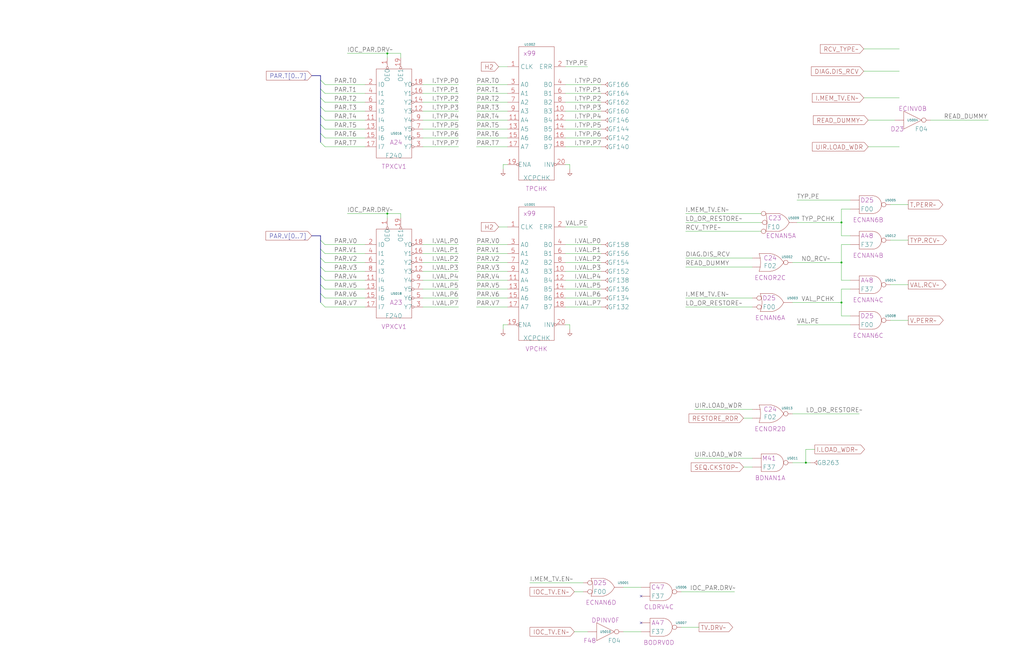
<source format=kicad_sch>
(kicad_sch (version 20230121) (generator eeschema)
  (paper "User" 584.2 378.46)
  (title_block (title "ERROR CHECKING & CORRECTION\\nVAL & TYP PARITY CHECKING") (date "22-SEP-90") (rev "2.0") (comment 1 "IOC") (comment 2 "232-003061") (comment 3 "S400") (comment 4 "RELEASED"))
  (lib_symbols
    (symbol "r1000:F00" (pin_numbers hide) (pin_names hide)
      (property "Reference" "U" (at 15.24 0 0))
      (property "Value" "F00" (at 1.905 -5.08 0))
      (property "Location" "___" (at 1.905 0 0))
      (property "Name" "______" (at 2.54 -12.7 0))
      (symbol "F00_0_1"
        (polyline (pts (xy -2.54 -7.62) (xy 5.08 -7.62)) (stroke (width 0.1524)))
        (polyline (pts (xy -2.54 2.54) (xy -2.54 -7.62)) (stroke (width 0.1524)))
        (polyline (pts (xy -2.54 2.54) (xy 5.08 2.54)) (stroke (width 0.1524)))
        (arc (start 5.08 -7.62) (mid 10.1282 -2.54) (end 5.08 2.54) (stroke (width 0.1524)))
        (circle (center 11.43 -2.54) (radius 1.27) (stroke (width 0.1524)))
      )
      (symbol "F00_0_2"
        (circle (center -3.81 -5.08) (radius 1.27) (stroke (width 0.1524)))
        (circle (center -3.81 0) (radius 1.27) (stroke (width 0.1524)))
        (arc (start -3.175 -7.62) (mid -2.134 -2.54) (end -3.175 2.54) (stroke (width 0.1524)))
        (polyline (pts (xy -3.175 -7.62) (xy 3.81 -7.62)) (stroke (width 0.1524)))
        (polyline (pts (xy -3.175 2.54) (xy 3.81 2.54)) (stroke (width 0.1524)))
        (arc (start 3.81 -7.62) (mid 7.5855 -5.8306) (end 10.16 -2.54) (stroke (width 0.1524)))
        (arc (start 10.16 -2.54) (mid 7.5827 0.7471) (end 3.81 2.54) (stroke (width 0.1524)))
      )
      (symbol "F00_1_1"
        (pin input line (at -7.62 0 0) (length 5.08) (name "D0") (number "1"))
        (pin input line (at -7.62 -5.08 0) (length 5.08) (name "D1") (number "2"))
        (pin output line (at 15.24 -2.54 180) (length 2.54) (name "Q") (number "3"))
      )
      (symbol "F00_1_2"
        (pin input line (at -7.62 0 0) (length 2.54) (name "D0") (number "1"))
        (pin input line (at -7.62 -5.08 0) (length 2.54) (name "D1") (number "2"))
        (pin output line (at 15.24 -2.54 180) (length 5.08) (name "Q") (number "3"))
      )
    )
    (symbol "r1000:F02" (pin_numbers hide) (pin_names hide)
      (property "Reference" "U" (at 12.16 0.635 0))
      (property "Value" "F02" (at -1.27 -4.445 0))
      (property "Location" "___" (at 2.54 0 0))
      (property "Name" "______" (at 2.54 -12.7 0))
      (symbol "F02_0_1"
        (arc (start -3.81 -7.62) (mid -2.9847 -2.54) (end -3.81 2.54) (stroke (width 0.1524)))
        (polyline (pts (xy -5.08 -5.08) (xy -3.175 -5.08)) (stroke (width 0.1524)))
        (polyline (pts (xy -5.08 0) (xy -3.175 0)) (stroke (width 0.1524)))
        (polyline (pts (xy -3.81 -7.62) (xy 2.54 -7.62)) (stroke (width 0.1524)))
        (polyline (pts (xy -3.81 2.54) (xy 2.54 2.54)) (stroke (width 0.1524)))
        (polyline (pts (xy 13.97 -2.54) (xy 12.7 -2.54)) (stroke (width 0.1524)))
        (arc (start 2.54 -7.62) (mid 6.9515 -5.9823) (end 10.16 -2.54) (stroke (width 0.1524)))
        (arc (start 10.16 -2.54) (mid 6.9478 0.8966) (end 2.54 2.54) (stroke (width 0.1524)))
        (circle (center 11.43 -2.54) (radius 1.27) (stroke (width 0.1524)))
      )
      (symbol "F02_0_2"
        (circle (center -3.81 -5.08) (radius 1.27) (stroke (width 0.1524)))
        (circle (center -3.81 0) (radius 1.27) (stroke (width 0.1524)))
        (polyline (pts (xy -2.54 -7.62) (xy 5.08 -7.62)) (stroke (width 0.1524)))
        (polyline (pts (xy -2.54 2.54) (xy -2.54 -7.62)) (stroke (width 0.1524)))
        (polyline (pts (xy -2.54 2.54) (xy 5.08 2.54)) (stroke (width 0.1524)))
        (polyline (pts (xy 11.43 -2.54) (xy 10.16 -2.54)) (stroke (width 0.1524)))
        (polyline (pts (xy 11.43 -2.54) (xy 12.7 -2.54)) (stroke (width 0.1524)))
        (arc (start 5.08 -7.62) (mid 10.1282 -2.54) (end 5.08 2.54) (stroke (width 0.1524)))
      )
      (symbol "F02_1_1"
        (pin input line (at -7.62 0 0) (length 2.54) (name "D0") (number "1"))
        (pin input line (at -7.62 -5.08 0) (length 2.54) (name "D1") (number "2"))
        (pin output line (at 15.24 -2.54 180) (length 1.27) (name "Q") (number "3"))
      )
      (symbol "F02_1_2"
        (pin input line (at -7.62 0 0) (length 2.54) (name "D0") (number "1"))
        (pin input line (at -7.62 -5.08 0) (length 2.54) (name "D1") (number "2"))
        (pin output line (at 15.24 -2.54 180) (length 2.54) (name "Q") (number "3"))
      )
    )
    (symbol "r1000:F04" (pin_numbers hide) (pin_names hide)
      (property "Reference" "U" (at 0 0 0))
      (property "Value" "F04" (at 1.27 -5.08 0))
      (property "Location" "___" (at -12.7 -5.08 0))
      (property "Name" "______" (at 0 5.08 0))
      (symbol "F04_0_1"
        (polyline (pts (xy -7.62 0) (xy -5.08 0)) (stroke (width 0.1524)))
        (polyline (pts (xy -5.08 5.08) (xy -5.08 -5.08)) (stroke (width 0.1524)))
        (polyline (pts (xy 5.08 0) (xy -5.08 -5.08)) (stroke (width 0.1524)))
        (polyline (pts (xy 5.08 0) (xy -5.08 5.08)) (stroke (width 0.1524)))
        (circle (center 6.35 0) (radius 1.27) (stroke (width 0.1524)))
      )
      (symbol "F04_1_1"
        (pin input line (at -10.16 0 0) (length 2.54) (name "D0") (number "1"))
        (pin output line (at 10.16 0 180) (length 2.54) (name "Q") (number "2"))
      )
    )
    (symbol "r1000:F10" (pin_numbers hide) (pin_names hide)
      (property "Reference" "U" (at 13.335 0 0))
      (property "Value" "F10" (at 5.715 -5.08 0))
      (property "Location" "___" (at -1.27 0 0))
      (property "Name" "______" (at -2.54 -10.16 0))
      (symbol "F10_0_1"
        (polyline (pts (xy -2.54 -7.62) (xy 5.08 -7.62)) (stroke (width 0.1524)))
        (polyline (pts (xy -2.54 2.54) (xy 5.08 2.54)) (stroke (width 0.1524)))
        (polyline (pts (xy -2.54 3.81) (xy -2.54 -8.89)) (stroke (width 0.1524)))
        (arc (start 5.08 -7.62) (mid 10.1282 -2.54) (end 5.08 2.54) (stroke (width 0.1524)))
        (circle (center 11.43 -2.54) (radius 1.27) (stroke (width 0.1524)))
      )
      (symbol "F10_0_2"
        (circle (center -3.81 -7.62) (radius 1.27) (stroke (width 0.1524)))
        (circle (center -3.81 2.54) (radius 1.27) (stroke (width 0.1524)))
        (circle (center -3.175 -2.54) (radius 1.27) (stroke (width 0.1524)))
        (arc (start -2.54 -7.62) (mid -1.8195 -2.54) (end -2.54 2.54) (stroke (width 0.1524)))
        (polyline (pts (xy -4.445 -2.54) (xy -5.08 -2.54)) (stroke (width 0.1524)))
        (polyline (pts (xy -2.54 -7.62) (xy 5.08 -7.62)) (stroke (width 0.1524)))
        (polyline (pts (xy -2.54 2.54) (xy 5.08 2.54)) (stroke (width 0.1524)))
        (polyline (pts (xy 10.795 -2.54) (xy 12.7 -2.54)) (stroke (width 0.1524)))
        (arc (start 5.08 -7.62) (mid 8.4845 -5.6954) (end 10.795 -2.54) (stroke (width 0.1524)))
        (arc (start 10.795 -2.54) (mid 8.4807 0.6111) (end 5.08 2.54) (stroke (width 0.1524)))
      )
      (symbol "F10_1_1"
        (pin input line (at -5.08 2.54 0) (length 2.54) (name "D0") (number "1"))
        (pin input line (at -5.08 -2.54 0) (length 2.54) (name "D1") (number "2"))
        (pin input line (at -5.08 -7.62 0) (length 2.54) (name "D2") (number "3"))
        (pin output line (at 15.24 -2.54 180) (length 2.54) (name "Q") (number "4"))
      )
      (symbol "F10_1_2"
        (pin input line (at -5.08 2.54 0) (length 0) (name "D0") (number "1"))
        (pin input line (at -5.08 -2.54 0) (length 0) (name "D1") (number "2"))
        (pin input line (at -5.08 -7.62 0) (length 0) (name "D2") (number "3"))
        (pin output line (at 15.24 -2.54 180) (length 2.54) (name "Q") (number "4"))
      )
    )
    (symbol "r1000:F240" (pin_names (offset 1.016))
      (property "Reference" "U" (at 2.54 5.08 0))
      (property "Value" "F240" (at -3.81 -7.62 0))
      (property "Location" "___" (at -1.27 0 0))
      (property "Name" "______" (at 1.27 -15.24 0))
      (symbol "F240_1_1"
        (rectangle (start -8.89 41.91) (end 11.43 -8.89))
        (circle (center -2.54 42.545) (radius 0.635))
        (circle (center 5.08 42.545) (radius 0.635))
        (circle (center 12.065 -2.54) (radius 0.635))
        (circle (center 12.065 2.54) (radius 0.635))
        (circle (center 12.065 7.62) (radius 0.635))
        (circle (center 12.065 12.7) (radius 0.635))
        (circle (center 12.065 17.78) (radius 0.635))
        (circle (center 12.065 22.86) (radius 0.635))
        (circle (center 12.065 27.94) (radius 0.635))
        (circle (center 12.065 33.02) (radius 0.635))
        (pin input line (at -2.54 48.26 270) (length 5.08) (name "OE0") (number "1"))
        (pin input line (at -15.24 12.7 0) (length 6.35) (name "I4") (number "11"))
        (pin tri_state line (at 17.78 17.78 180) (length 5.08) (name "Y3") (number "12"))
        (pin input line (at -15.24 7.62 0) (length 6.35) (name "I5") (number "13"))
        (pin tri_state line (at 17.78 22.86 180) (length 5.08) (name "Y2") (number "14"))
        (pin input line (at -15.24 2.54 0) (length 6.35) (name "I6") (number "15"))
        (pin tri_state line (at 17.78 27.94 180) (length 5.08) (name "Y1") (number "16"))
        (pin input line (at -15.24 -2.54 0) (length 6.35) (name "I7") (number "17"))
        (pin tri_state line (at 17.78 33.02 180) (length 5.08) (name "Y0") (number "18"))
        (pin input line (at 5.08 48.26 270) (length 5.08) (name "OE1") (number "19"))
        (pin input line (at -15.24 33.02 0) (length 6.35) (name "I0") (number "2"))
        (pin tri_state line (at 17.78 -2.54 180) (length 5.08) (name "Y7") (number "3"))
        (pin input line (at -15.24 27.94 0) (length 6.35) (name "I1") (number "4"))
        (pin tri_state line (at 17.78 2.54 180) (length 5.08) (name "Y6") (number "5"))
        (pin input line (at -15.24 22.86 0) (length 6.35) (name "I2") (number "6"))
        (pin tri_state line (at 17.78 7.62 180) (length 5.08) (name "Y5") (number "7"))
        (pin input line (at -15.24 17.78 0) (length 6.35) (name "I3") (number "8"))
        (pin tri_state line (at 17.78 12.7 180) (length 5.08) (name "Y4") (number "9"))
      )
    )
    (symbol "r1000:F37" (pin_numbers hide) (pin_names (offset 0) hide)
      (property "Reference" "U" (at 15.24 0 0))
      (property "Value" "F37" (at 1.905 -5.08 0))
      (property "Location" "___" (at 1.905 0 0))
      (property "Name" "______" (at 2.54 -12.7 0))
      (symbol "F37_0_1"
        (polyline (pts (xy -2.54 -7.62) (xy 5.08 -7.62)) (stroke (width 0.1524)))
        (polyline (pts (xy -2.54 2.54) (xy -2.54 -7.62)) (stroke (width 0.1524)))
        (polyline (pts (xy -2.54 2.54) (xy 5.08 2.54)) (stroke (width 0.1524)))
        (arc (start 5.08 -7.62) (mid 10.1282 -2.54) (end 5.08 2.54) (stroke (width 0.1524)))
        (circle (center 11.43 -2.54) (radius 1.27) (stroke (width 0.1524)))
      )
      (symbol "F37_0_2"
        (circle (center -3.81 -5.08) (radius 1.27) (stroke (width 0.1524)))
        (circle (center -3.81 0) (radius 1.27) (stroke (width 0.1524)))
        (arc (start -3.175 -7.62) (mid -2.134 -2.54) (end -3.175 2.54) (stroke (width 0.1524)))
        (polyline (pts (xy -3.175 -7.62) (xy 3.81 -7.62)) (stroke (width 0.1524)))
        (polyline (pts (xy -3.175 2.54) (xy 3.81 2.54)) (stroke (width 0.1524)))
        (arc (start 3.81 -7.62) (mid 7.5855 -5.8306) (end 10.16 -2.54) (stroke (width 0.1524)))
        (arc (start 10.16 -2.54) (mid 7.5827 0.7471) (end 3.81 2.54) (stroke (width 0.1524)))
      )
      (symbol "F37_1_1"
        (pin input line (at -7.62 0 0) (length 5.08) (name "D0") (number "1"))
        (pin input line (at -7.62 -5.08 0) (length 5.08) (name "D1") (number "2"))
        (pin output line (at 15.24 -2.54 180) (length 2.54) (name "Q") (number "3"))
      )
      (symbol "F37_1_2"
        (pin input line (at -7.62 0 0) (length 2.54) (name "D0") (number "1"))
        (pin input line (at -7.62 -5.08 0) (length 2.54) (name "D1") (number "2"))
        (pin output line (at 15.24 -2.54 180) (length 5.08) (name "Q") (number "3"))
      )
    )
    (symbol "r1000:GB" (pin_numbers hide) (pin_names (offset 0) hide)
      (property "Reference" "GB" (at 3.81 0 0))
      (symbol "GB_0_1"
        (polyline (pts (xy 2.54 0) (xy 3.81 1.27) (xy 3.81 -1.27) (xy 2.54 0)) (stroke (width 0.1524)))
      )
      (symbol "GB_1_1"
        (pin bidirectional line (at 0 0 0) (length 2.54) (name "") (number "1"))
      )
    )
    (symbol "r1000:GF" (pin_numbers hide) (pin_names (offset 0) hide)
      (property "Reference" "GF" (at 3.81 0 0))
      (symbol "GF_0_1"
        (polyline (pts (xy 2.54 0) (xy 3.81 1.27) (xy 3.81 -1.27) (xy 2.54 0)) (stroke (width 0.1524)))
      )
      (symbol "GF_1_1"
        (pin bidirectional line (at 0 0 0) (length 2.54) (name "") (number "1"))
      )
    )
    (symbol "r1000:PD" (power) (pin_numbers hide) (pin_names hide) (in_bom no)
      (symbol "PD_0_1"
        (polyline (pts (xy 0 -2.54) (xy 1.27 -2.54) (xy 0 -3.81) (xy -1.27 -2.54) (xy 0 -2.54)) (stroke (width 0.1524)))
      )
      (symbol "PD_1_1"
        (pin power_in line (at 0 0 270) (length 2.54) (name "PD") (number "1"))
      )
    )
    (symbol "r1000:XCPCHK" (pin_names (offset 1.016))
      (property "Reference" "U" (at 2.54 5.08 0))
      (property "Value" "XCPCHK" (at -1.27 -71.12 0))
      (property "Location" "___" (at -1.27 0 0))
      (property "Name" "______" (at 6.35 -78.74 0))
      (symbol "XCPCHK_1_1"
        (circle (center -4.445 -63.5) (radius 0.635))
        (rectangle (start -3.81 3.81) (end 16.51 -72.39))
        (circle (center 17.145 -63.5) (radius 0.635))
        (pin input line (at -10.16 -7.62 0) (length 6.35) (name "CLK") (number "1"))
        (pin input line (at 22.86 -33.02 180) (length 6.35) (name "B3") (number "10"))
        (pin input line (at -10.16 -38.1 0) (length 6.35) (name "A4") (number "11"))
        (pin input line (at 22.86 -38.1 180) (length 6.35) (name "B4") (number "12"))
        (pin input line (at -10.16 -43.18 0) (length 6.35) (name "A5") (number "13"))
        (pin input line (at 22.86 -43.18 180) (length 6.35) (name "B5") (number "14"))
        (pin input line (at -10.16 -48.26 0) (length 6.35) (name "A6") (number "15"))
        (pin input line (at 22.86 -48.26 180) (length 6.35) (name "B6") (number "16"))
        (pin input line (at -10.16 -53.34 0) (length 6.35) (name "A7") (number "17"))
        (pin input line (at 22.86 -53.34 180) (length 6.35) (name "B7") (number "18"))
        (pin input line (at -10.16 -63.5 0) (length 5.08) (name "ENA") (number "19"))
        (pin output line (at 22.86 -7.62 180) (length 6.35) (name "ERR") (number "2"))
        (pin input line (at 22.86 -63.5 180) (length 5.08) (name "INV") (number "20"))
        (pin input line (at -10.16 -17.78 0) (length 6.35) (name "A0") (number "3"))
        (pin input line (at 22.86 -17.78 180) (length 6.35) (name "B0") (number "4"))
        (pin input line (at -10.16 -22.86 0) (length 6.35) (name "A1") (number "5"))
        (pin input line (at 22.86 -22.86 180) (length 6.35) (name "B1") (number "6"))
        (pin input line (at -10.16 -27.94 0) (length 6.35) (name "A2") (number "7"))
        (pin input line (at 22.86 -27.94 180) (length 6.35) (name "B2") (number "8"))
        (pin input line (at -10.16 -33.02 0) (length 6.35) (name "A3") (number "9"))
      )
    )
  )
  (junction (at 480.06 149.86))
  (junction (at 220.98 30.48))
  (junction (at 480.06 172.72))
  (junction (at 220.98 121.92))
  (junction (at 480.06 127))
  (junction (at 459.74 264.16))
  (no_connect (at 365.76 355.6))
  (no_connect (at 365.76 340.36))
  (bus_entry (at 182.88 142.24) (size 2.54 2.54))
  (bus_entry (at 182.88 76.2) (size 2.54 2.54))
  (bus_entry (at 182.88 162.56) (size 2.54 2.54))
  (bus_entry (at 182.88 71.12) (size 2.54 2.54))
  (bus_entry (at 182.88 152.4) (size 2.54 2.54))
  (bus_entry (at 182.88 172.72) (size 2.54 2.54))
  (bus_entry (at 182.88 60.96) (size 2.54 2.54))
  (bus_entry (at 182.88 50.8) (size 2.54 2.54))
  (bus_entry (at 182.88 55.88) (size 2.54 2.54))
  (bus_entry (at 182.88 66.04) (size 2.54 2.54))
  (bus_entry (at 182.88 45.72) (size 2.54 2.54))
  (bus_entry (at 182.88 157.48) (size 2.54 2.54))
  (bus_entry (at 182.88 167.64) (size 2.54 2.54))
  (bus_entry (at 182.88 137.16) (size 2.54 2.54))
  (bus_entry (at 182.88 147.32) (size 2.54 2.54))
  (bus_entry (at 182.88 81.28) (size 2.54 2.54))
  (wire (pts (xy 271.78 58.42) (xy 289.56 58.42)))
  (wire (pts (xy 459.74 256.54) (xy 459.74 264.16)))
  (wire (pts (xy 241.3 83.82) (xy 261.62 83.82)))
  (bus (pts (xy 182.88 162.56) (xy 182.88 167.64)))
  (wire (pts (xy 322.58 165.1) (xy 342.9 165.1)))
  (wire (pts (xy 185.42 83.82) (xy 208.28 83.82)))
  (wire (pts (xy 185.42 165.1) (xy 208.28 165.1)))
  (wire (pts (xy 325.12 96.52) (xy 325.12 93.98)))
  (wire (pts (xy 271.78 170.18) (xy 289.56 170.18)))
  (wire (pts (xy 325.12 187.96) (xy 325.12 185.42)))
  (wire (pts (xy 452.12 264.16) (xy 459.74 264.16)))
  (wire (pts (xy 322.58 154.94) (xy 342.9 154.94)))
  (wire (pts (xy 492.76 40.64) (xy 513.08 40.64)))
  (wire (pts (xy 322.58 149.86) (xy 342.9 149.86)))
  (bus (pts (xy 182.88 157.48) (xy 182.88 162.56)))
  (bus (pts (xy 182.88 71.12) (xy 182.88 76.2)))
  (wire (pts (xy 185.42 78.74) (xy 208.28 78.74)))
  (wire (pts (xy 322.58 48.26) (xy 342.9 48.26)))
  (wire (pts (xy 480.06 139.7) (xy 480.06 149.86)))
  (wire (pts (xy 322.58 83.82) (xy 342.9 83.82)))
  (wire (pts (xy 271.78 73.66) (xy 289.56 73.66)))
  (wire (pts (xy 508 137.16) (xy 518.16 137.16)))
  (wire (pts (xy 271.78 63.5) (xy 289.56 63.5)))
  (wire (pts (xy 220.98 121.92) (xy 228.6 121.92)))
  (wire (pts (xy 508 182.88) (xy 518.16 182.88)))
  (wire (pts (xy 271.78 144.78) (xy 289.56 144.78)))
  (wire (pts (xy 241.3 53.34) (xy 261.62 53.34)))
  (bus (pts (xy 182.88 137.16) (xy 182.88 142.24)))
  (wire (pts (xy 241.3 175.26) (xy 261.62 175.26)))
  (bus (pts (xy 182.88 76.2) (xy 182.88 81.28)))
  (wire (pts (xy 185.42 154.94) (xy 208.28 154.94)))
  (wire (pts (xy 271.78 175.26) (xy 289.56 175.26)))
  (wire (pts (xy 185.42 139.7) (xy 208.28 139.7)))
  (wire (pts (xy 228.6 124.46) (xy 228.6 121.92)))
  (wire (pts (xy 241.3 73.66) (xy 261.62 73.66)))
  (wire (pts (xy 485.14 180.34) (xy 480.06 180.34)))
  (wire (pts (xy 322.58 53.34) (xy 342.9 53.34)))
  (wire (pts (xy 391.16 175.26) (xy 429.26 175.26)))
  (wire (pts (xy 495.3 83.82) (xy 513.08 83.82)))
  (wire (pts (xy 530.86 68.58) (xy 563.88 68.58)))
  (wire (pts (xy 322.58 38.1) (xy 335.28 38.1)))
  (wire (pts (xy 271.78 160.02) (xy 289.56 160.02)))
  (wire (pts (xy 284.48 129.54) (xy 289.56 129.54)))
  (wire (pts (xy 241.3 149.86) (xy 261.62 149.86)))
  (wire (pts (xy 287.02 93.98) (xy 289.56 93.98)))
  (wire (pts (xy 508 162.56) (xy 518.16 162.56)))
  (wire (pts (xy 480.06 127) (xy 454.66 127)))
  (wire (pts (xy 228.6 33.02) (xy 228.6 30.48)))
  (bus (pts (xy 182.88 167.64) (xy 182.88 172.72)))
  (wire (pts (xy 322.58 144.78) (xy 342.9 144.78)))
  (wire (pts (xy 327.66 337.82) (xy 332.74 337.82)))
  (wire (pts (xy 271.78 165.1) (xy 289.56 165.1)))
  (wire (pts (xy 220.98 124.46) (xy 220.98 121.92)))
  (wire (pts (xy 355.6 360.68) (xy 365.76 360.68)))
  (wire (pts (xy 241.3 139.7) (xy 261.62 139.7)))
  (wire (pts (xy 241.3 78.74) (xy 261.62 78.74)))
  (wire (pts (xy 495.3 68.58) (xy 510.54 68.58)))
  (bus (pts (xy 177.8 134.62) (xy 182.88 134.62)))
  (wire (pts (xy 241.3 160.02) (xy 261.62 160.02)))
  (bus (pts (xy 182.88 157.48) (xy 182.88 152.4)))
  (wire (pts (xy 322.58 129.54) (xy 335.28 129.54)))
  (bus (pts (xy 182.88 147.32) (xy 182.88 142.24)))
  (wire (pts (xy 241.3 154.94) (xy 261.62 154.94)))
  (wire (pts (xy 287.02 185.42) (xy 289.56 185.42)))
  (wire (pts (xy 322.58 63.5) (xy 342.9 63.5)))
  (wire (pts (xy 185.42 144.78) (xy 208.28 144.78)))
  (wire (pts (xy 220.98 30.48) (xy 220.98 33.02)))
  (wire (pts (xy 424.18 238.76) (xy 429.26 238.76)))
  (wire (pts (xy 185.42 149.86) (xy 208.28 149.86)))
  (wire (pts (xy 271.78 139.7) (xy 289.56 139.7)))
  (wire (pts (xy 485.14 160.02) (xy 480.06 160.02)))
  (wire (pts (xy 287.02 187.96) (xy 287.02 185.42)))
  (wire (pts (xy 396.24 233.68) (xy 429.26 233.68)))
  (wire (pts (xy 322.58 160.02) (xy 342.9 160.02)))
  (wire (pts (xy 185.42 170.18) (xy 208.28 170.18)))
  (wire (pts (xy 508 116.84) (xy 518.16 116.84)))
  (bus (pts (xy 182.88 50.8) (xy 182.88 55.88)))
  (wire (pts (xy 424.18 266.7) (xy 429.26 266.7)))
  (wire (pts (xy 480.06 180.34) (xy 480.06 172.72)))
  (wire (pts (xy 480.06 160.02) (xy 480.06 149.86)))
  (wire (pts (xy 185.42 160.02) (xy 208.28 160.02)))
  (wire (pts (xy 271.78 68.58) (xy 289.56 68.58)))
  (wire (pts (xy 391.16 170.18) (xy 429.26 170.18)))
  (wire (pts (xy 322.58 78.74) (xy 342.9 78.74)))
  (bus (pts (xy 182.88 147.32) (xy 182.88 152.4)))
  (wire (pts (xy 325.12 185.42) (xy 322.58 185.42)))
  (wire (pts (xy 271.78 48.26) (xy 289.56 48.26)))
  (wire (pts (xy 492.76 55.88) (xy 513.08 55.88)))
  (wire (pts (xy 480.06 119.38) (xy 480.06 127)))
  (bus (pts (xy 182.88 55.88) (xy 182.88 60.96)))
  (wire (pts (xy 327.66 360.68) (xy 335.28 360.68)))
  (wire (pts (xy 241.3 68.58) (xy 261.62 68.58)))
  (wire (pts (xy 185.42 68.58) (xy 208.28 68.58)))
  (wire (pts (xy 271.78 154.94) (xy 289.56 154.94)))
  (wire (pts (xy 391.16 152.4) (xy 429.26 152.4)))
  (wire (pts (xy 287.02 96.52) (xy 287.02 93.98)))
  (wire (pts (xy 322.58 175.26) (xy 342.9 175.26)))
  (wire (pts (xy 485.14 165.1) (xy 480.06 165.1)))
  (wire (pts (xy 198.12 30.48) (xy 220.98 30.48)))
  (wire (pts (xy 185.42 48.26) (xy 208.28 48.26)))
  (wire (pts (xy 391.16 127) (xy 434.34 127)))
  (wire (pts (xy 241.3 63.5) (xy 261.62 63.5)))
  (wire (pts (xy 454.66 114.3) (xy 485.14 114.3)))
  (wire (pts (xy 391.16 147.32) (xy 429.26 147.32)))
  (wire (pts (xy 271.78 53.34) (xy 289.56 53.34)))
  (wire (pts (xy 480.06 165.1) (xy 480.06 172.72)))
  (wire (pts (xy 396.24 261.62) (xy 429.26 261.62)))
  (wire (pts (xy 480.06 172.72) (xy 452.12 172.72)))
  (wire (pts (xy 241.3 48.26) (xy 261.62 48.26)))
  (wire (pts (xy 241.3 170.18) (xy 261.62 170.18)))
  (wire (pts (xy 322.58 139.7) (xy 342.9 139.7)))
  (wire (pts (xy 322.58 170.18) (xy 342.9 170.18)))
  (wire (pts (xy 198.12 121.92) (xy 220.98 121.92)))
  (wire (pts (xy 271.78 78.74) (xy 289.56 78.74)))
  (wire (pts (xy 464.82 256.54) (xy 459.74 256.54)))
  (wire (pts (xy 391.16 132.08) (xy 434.34 132.08)))
  (wire (pts (xy 480.06 149.86) (xy 452.12 149.86)))
  (wire (pts (xy 480.06 127) (xy 480.06 134.62)))
  (wire (pts (xy 459.74 264.16) (xy 462.28 264.16)))
  (wire (pts (xy 388.62 358.14) (xy 398.78 358.14)))
  (wire (pts (xy 185.42 58.42) (xy 208.28 58.42)))
  (wire (pts (xy 241.3 144.78) (xy 261.62 144.78)))
  (bus (pts (xy 182.88 66.04) (xy 182.88 71.12)))
  (wire (pts (xy 322.58 68.58) (xy 342.9 68.58)))
  (wire (pts (xy 355.6 335.28) (xy 365.76 335.28)))
  (wire (pts (xy 492.76 27.94) (xy 513.08 27.94)))
  (wire (pts (xy 485.14 139.7) (xy 480.06 139.7)))
  (wire (pts (xy 391.16 121.92) (xy 434.34 121.92)))
  (wire (pts (xy 185.42 53.34) (xy 208.28 53.34)))
  (wire (pts (xy 485.14 119.38) (xy 480.06 119.38)))
  (wire (pts (xy 325.12 93.98) (xy 322.58 93.98)))
  (wire (pts (xy 454.66 185.42) (xy 485.14 185.42)))
  (wire (pts (xy 271.78 83.82) (xy 289.56 83.82)))
  (wire (pts (xy 185.42 175.26) (xy 208.28 175.26)))
  (bus (pts (xy 182.88 137.16) (xy 182.88 134.62)))
  (wire (pts (xy 185.42 73.66) (xy 208.28 73.66)))
  (wire (pts (xy 220.98 30.48) (xy 228.6 30.48)))
  (wire (pts (xy 284.48 38.1) (xy 289.56 38.1)))
  (wire (pts (xy 271.78 149.86) (xy 289.56 149.86)))
  (wire (pts (xy 322.58 58.42) (xy 342.9 58.42)))
  (wire (pts (xy 485.14 134.62) (xy 480.06 134.62)))
  (wire (pts (xy 241.3 58.42) (xy 261.62 58.42)))
  (bus (pts (xy 177.8 43.18) (xy 182.88 43.18)))
  (wire (pts (xy 302.26 332.74) (xy 332.74 332.74)))
  (bus (pts (xy 182.88 45.72) (xy 182.88 50.8)))
  (wire (pts (xy 185.42 63.5) (xy 208.28 63.5)))
  (wire (pts (xy 322.58 73.66) (xy 342.9 73.66)))
  (wire (pts (xy 241.3 165.1) (xy 261.62 165.1)))
  (bus (pts (xy 182.88 43.18) (xy 182.88 45.72)))
  (wire (pts (xy 452.12 236.22) (xy 490.22 236.22)))
  (wire (pts (xy 388.62 337.82) (xy 419.1 337.82)))
  (bus (pts (xy 182.88 60.96) (xy 182.88 66.04)))
  (label "IOC_PAR.DRV~" (at 198.12 30.48 0) (effects (font (size 2.54 2.54))))
  (label "PAR.V0" (at 190.5 139.7 0) (effects (font (size 2.54 2.54))))
  (label "I.MEM_TV.EN~" (at 391.16 170.18 0) (effects (font (size 2.54 2.54))))
  (label "I.MEM_TV.EN~" (at 302.26 332.74 0) (effects (font (size 2.54 2.54))))
  (label "PAR.V4" (at 271.78 160.02 0) (effects (font (size 2.54 2.54))))
  (label "I.VAL.P0" (at 327.66 139.7 0) (effects (font (size 2.54 2.54))))
  (label "PAR.T4" (at 190.5 68.58 0) (effects (font (size 2.54 2.54))))
  (label "PAR.T1" (at 271.78 53.34 0) (effects (font (size 2.54 2.54))))
  (label "RCV_TYPE~" (at 391.16 132.08 0) (effects (font (size 2.54 2.54))))
  (label "I.VAL.P7" (at 246.38 175.26 0) (effects (font (size 2.54 2.54))))
  (label "PAR.T6" (at 190.5 78.74 0) (effects (font (size 2.54 2.54))))
  (label "PAR.V1" (at 271.78 144.78 0) (effects (font (size 2.54 2.54))))
  (label "PAR.T2" (at 271.78 58.42 0) (effects (font (size 2.54 2.54))))
  (label "I.TYP.P6" (at 246.38 78.74 0) (effects (font (size 2.54 2.54))))
  (label "I.VAL.P1" (at 246.38 144.78 0) (effects (font (size 2.54 2.54))))
  (label "PAR.V4" (at 190.5 160.02 0) (effects (font (size 2.54 2.54))))
  (label "PAR.T2" (at 190.5 58.42 0) (effects (font (size 2.54 2.54))))
  (label "TYP_PCHK" (at 457.2 127 0) (effects (font (size 2.54 2.54))))
  (label "IOC_PAR.DRV~" (at 393.7 337.82 0) (effects (font (size 2.54 2.54))))
  (label "I.TYP.P4" (at 327.66 68.58 0) (effects (font (size 2.54 2.54))))
  (label "PAR.V0" (at 271.78 139.7 0) (effects (font (size 2.54 2.54))))
  (label "UIR.LOAD_WDR" (at 396.24 261.62 0) (effects (font (size 2.54 2.54))))
  (label "TYP.PE" (at 454.66 114.3 0) (effects (font (size 2.54 2.54))))
  (label "I.MEM_TV.EN~" (at 391.16 121.92 0) (effects (font (size 2.54 2.54))))
  (label "PAR.T3" (at 190.5 63.5 0) (effects (font (size 2.54 2.54))))
  (label "I.TYP.P5" (at 246.38 73.66 0) (effects (font (size 2.54 2.54))))
  (label "I.TYP.P3" (at 327.66 63.5 0) (effects (font (size 2.54 2.54))))
  (label "LD_OR_RESTORE~" (at 459.74 236.22 0) (effects (font (size 2.54 2.54))))
  (label "PAR.V2" (at 190.5 149.86 0) (effects (font (size 2.54 2.54))))
  (label "I.TYP.P1" (at 327.66 53.34 0) (effects (font (size 2.54 2.54))))
  (label "PAR.V6" (at 271.78 170.18 0) (effects (font (size 2.54 2.54))))
  (label "I.TYP.P5" (at 327.66 73.66 0) (effects (font (size 2.54 2.54))))
  (label "I.TYP.P7" (at 246.38 83.82 0) (effects (font (size 2.54 2.54))))
  (label "I.VAL.P5" (at 327.66 165.1 0) (effects (font (size 2.54 2.54))))
  (label "PAR.V2" (at 271.78 149.86 0) (effects (font (size 2.54 2.54))))
  (label "PAR.V1" (at 190.5 144.78 0) (effects (font (size 2.54 2.54))))
  (label "I.TYP.P0" (at 327.66 48.26 0) (effects (font (size 2.54 2.54))))
  (label "I.TYP.P2" (at 246.38 58.42 0) (effects (font (size 2.54 2.54))))
  (label "LD_OR_RESTORE~" (at 391.16 175.26 0) (effects (font (size 2.54 2.54))))
  (label "I.VAL.P3" (at 246.38 154.94 0) (effects (font (size 2.54 2.54))))
  (label "I.TYP.P6" (at 327.66 78.74 0) (effects (font (size 2.54 2.54))))
  (label "I.TYP.P2" (at 327.66 58.42 0) (effects (font (size 2.54 2.54))))
  (label "PAR.T5" (at 190.5 73.66 0) (effects (font (size 2.54 2.54))))
  (label "UIR.LOAD_WDR" (at 396.24 233.68 0) (effects (font (size 2.54 2.54))))
  (label "PAR.T3" (at 271.78 63.5 0) (effects (font (size 2.54 2.54))))
  (label "I.VAL.P6" (at 327.66 170.18 0) (effects (font (size 2.54 2.54))))
  (label "PAR.T0" (at 271.78 48.26 0) (effects (font (size 2.54 2.54))))
  (label "PAR.T6" (at 271.78 78.74 0) (effects (font (size 2.54 2.54))))
  (label "PAR.T1" (at 190.5 53.34 0) (effects (font (size 2.54 2.54))))
  (label "DIAG.DIS_RCV" (at 391.16 147.32 0) (effects (font (size 2.54 2.54))))
  (label "PAR.T7" (at 190.5 83.82 0) (effects (font (size 2.54 2.54))))
  (label "I.VAL.P2" (at 327.66 149.86 0) (effects (font (size 2.54 2.54))))
  (label "VAL.PE" (at 454.66 185.42 0) (effects (font (size 2.54 2.54))))
  (label "READ_DUMMY" (at 538.48 68.58 0) (effects (font (size 2.54 2.54))))
  (label "I.TYP.P1" (at 246.38 53.34 0) (effects (font (size 2.54 2.54))))
  (label "I.VAL.P1" (at 327.66 144.78 0) (effects (font (size 2.54 2.54))))
  (label "PAR.T4" (at 271.78 68.58 0) (effects (font (size 2.54 2.54))))
  (label "I.VAL.P0" (at 246.38 139.7 0) (effects (font (size 2.54 2.54))))
  (label "TYP.PE" (at 322.58 38.1 0) (effects (font (size 2.54 2.54))))
  (label "I.VAL.P2" (at 246.38 149.86 0) (effects (font (size 2.54 2.54))))
  (label "PAR.T7" (at 271.78 83.82 0) (effects (font (size 2.54 2.54))))
  (label "I.TYP.P4" (at 246.38 68.58 0) (effects (font (size 2.54 2.54))))
  (label "PAR.V3" (at 271.78 154.94 0) (effects (font (size 2.54 2.54))))
  (label "IOC_PAR.DRV~" (at 198.12 121.92 0) (effects (font (size 2.54 2.54))))
  (label "PAR.V7" (at 190.5 175.26 0) (effects (font (size 2.54 2.54))))
  (label "I.TYP.P3" (at 246.38 63.5 0) (effects (font (size 2.54 2.54))))
  (label "I.TYP.P7" (at 327.66 83.82 0) (effects (font (size 2.54 2.54))))
  (label "PAR.V3" (at 190.5 154.94 0) (effects (font (size 2.54 2.54))))
  (label "PAR.V5" (at 190.5 165.1 0) (effects (font (size 2.54 2.54))))
  (label "PAR.V6" (at 190.5 170.18 0) (effects (font (size 2.54 2.54))))
  (label "I.VAL.P7" (at 327.66 175.26 0) (effects (font (size 2.54 2.54))))
  (label "PAR.V7" (at 271.78 175.26 0) (effects (font (size 2.54 2.54))))
  (label "PAR.T0" (at 190.5 48.26 0) (effects (font (size 2.54 2.54))))
  (label "VAL.PE" (at 322.58 129.54 0) (effects (font (size 2.54 2.54))))
  (label "I.VAL.P6" (at 246.38 170.18 0) (effects (font (size 2.54 2.54))))
  (label "I.VAL.P3" (at 327.66 154.94 0) (effects (font (size 2.54 2.54))))
  (label "PAR.T5" (at 271.78 73.66 0) (effects (font (size 2.54 2.54))))
  (label "I.VAL.P4" (at 327.66 160.02 0) (effects (font (size 2.54 2.54))))
  (label "LD_OR_RESTORE~" (at 391.16 127 0) (effects (font (size 2.54 2.54))))
  (label "VAL_PCHK" (at 457.2 172.72 0) (effects (font (size 2.54 2.54))))
  (label "I.TYP.P0" (at 246.38 48.26 0) (effects (font (size 2.54 2.54))))
  (label "READ_DUMMY" (at 391.16 152.4 0) (effects (font (size 2.54 2.54))))
  (label "I.VAL.P4" (at 246.38 160.02 0) (effects (font (size 2.54 2.54))))
  (label "NO_RCV~" (at 457.2 149.86 0) (effects (font (size 2.54 2.54))))
  (label "I.VAL.P5" (at 246.38 165.1 0) (effects (font (size 2.54 2.54))))
  (label "PAR.V5" (at 271.78 165.1 0) (effects (font (size 2.54 2.54))))
  (global_label "TYP.RCV~" (shape output) (at 518.16 137.16 0) (effects (font (size 2.54 2.54))) (property "Intersheetrefs" "${INTERSHEET_REFS}" (at 539.9193 137.0013 0) (effects (font (size 1.905 1.905)) (justify left))))
  (global_label "I.MEM_TV.EN~" (shape input) (at 492.76 55.88 180) (effects (font (size 2.54 2.54))) (property "Intersheetrefs" "${INTERSHEET_REFS}" (at 463.5016 55.7213 0) (effects (font (size 1.905 1.905)) (justify right))))
  (global_label "RESTORE_RDR" (shape input) (at 424.18 238.76 180) (effects (font (size 2.54 2.54))) (property "Intersheetrefs" "${INTERSHEET_REFS}" (at 393.1073 238.9187 0) (effects (font (size 1.905 1.905)) (justify right))))
  (global_label "T.PERR~" (shape output) (at 518.16 116.84 0) (effects (font (size 2.54 2.54))) (property "Intersheetrefs" "${INTERSHEET_REFS}" (at 537.8631 116.6813 0) (effects (font (size 1.905 1.905)) (justify left))))
  (global_label "H2" (shape input) (at 284.48 129.54 180) (effects (font (size 2.54 2.54))) (property "Intersheetrefs" "${INTERSHEET_REFS}" (at 273.399 129.54 0) (effects (justify right))))
  (global_label "H2" (shape input) (at 284.48 38.1 180) (effects (font (size 2.54 2.54))) (property "Intersheetrefs" "${INTERSHEET_REFS}" (at 273.399 38.1 0) (effects (justify right))))
  (global_label "IOC_TV.EN~" (shape input) (at 327.66 360.68 180) (effects (font (size 2.54 2.54))) (property "Intersheetrefs" "${INTERSHEET_REFS}" (at 297.434 360.5213 0) (effects (font (size 1.905 1.905)) (justify right))))
  (global_label "V.PERR~" (shape output) (at 518.16 182.88 0) (effects (font (size 2.54 2.54))) (property "Intersheetrefs" "${INTERSHEET_REFS}" (at 538.105 182.7213 0) (effects (font (size 1.905 1.905)) (justify left))))
  (global_label "IOC_TV.EN~" (shape input) (at 327.66 337.82 180) (effects (font (size 2.54 2.54))) (property "Intersheetrefs" "${INTERSHEET_REFS}" (at 297.434 337.6613 0) (effects (font (size 1.905 1.905)) (justify right))))
  (global_label "READ_DUMMY~" (shape input) (at 495.3 68.58 180) (effects (font (size 2.54 2.54))) (property "Intersheetrefs" "${INTERSHEET_REFS}" (at 463.9854 68.4213 0) (effects (font (size 1.905 1.905)) (justify right))))
  (global_label "PAR.V[0..7]" (shape input) (at 177.8 134.62 180) (effects (font (size 2.54 2.54))) (property "Intersheetrefs" "${INTERSHEET_REFS}" (at 151.6864 134.4613 0) (effects (font (size 1.905 1.905)) (justify right))))
  (global_label "RCV_TYPE~" (shape input) (at 492.76 27.94 180) (effects (font (size 2.54 2.54))) (property "Intersheetrefs" "${INTERSHEET_REFS}" (at 467.9769 27.7813 0) (effects (font (size 1.905 1.905)) (justify right))))
  (global_label "VAL.RCV~" (shape output) (at 518.16 162.56 0) (effects (font (size 2.54 2.54))) (property "Intersheetrefs" "${INTERSHEET_REFS}" (at 539.6774 162.4013 0) (effects (font (size 1.905 1.905)) (justify left))))
  (global_label "TV.DRV~" (shape output) (at 398.78 358.14 0) (effects (font (size 2.54 2.54))) (property "Intersheetrefs" "${INTERSHEET_REFS}" (at 417.9993 357.9813 0) (effects (font (size 1.905 1.905)) (justify left))))
  (global_label "I.LOAD_WDR~" (shape output) (at 464.82 256.54 0) (effects (font (size 2.54 2.54))) (property "Intersheetrefs" "${INTERSHEET_REFS}" (at 493.2317 256.3813 0) (effects (font (size 1.905 1.905)) (justify left))))
  (global_label "UIR.LOAD_WDR" (shape input) (at 495.3 83.82 180) (effects (font (size 2.54 2.54))) (property "Intersheetrefs" "${INTERSHEET_REFS}" (at 463.5016 83.6613 0) (effects (font (size 1.905 1.905)) (justify right))))
  (global_label "DIAG.DIS_RCV" (shape input) (at 492.76 40.64 180) (effects (font (size 2.54 2.54))) (property "Intersheetrefs" "${INTERSHEET_REFS}" (at 462.8969 40.4813 0) (effects (font (size 1.905 1.905)) (justify right))))
  (global_label "PAR.T[0..7]" (shape input) (at 177.8 43.18 180) (effects (font (size 2.54 2.54))) (property "Intersheetrefs" "${INTERSHEET_REFS}" (at 151.9283 43.0213 0) (effects (font (size 1.905 1.905)) (justify right))))
  (global_label "SEQ.CKSTOP~" (shape input) (at 424.18 266.7 180) (effects (font (size 2.54 2.54))) (property "Intersheetrefs" "${INTERSHEET_REFS}" (at 394.3169 266.5413 0) (effects (font (size 1.905 1.905)) (justify right))))
  (symbol (lib_id "r1000:F240") (at 223.52 81.28 0) (unit 1)
    (property "Reference" "U5016" (at 226.06 76.2 0))
    (property "Value" "F240" (at 219.71 88.9 0) (effects (font (size 2.54 2.54)) (justify left)))
    (property "Location" "A24" (at 222.25 81.28 0) (effects (font (size 2.54 2.54)) (justify left)))
    (property "Name" "TPXCV1" (at 224.79 96.52 0) (effects (font (size 2.54 2.54)) (justify bottom)))
  )
  (symbol (lib_id "r1000:F37") (at 373.38 355.6 0) (unit 1)
    (property "Reference" "U5007" (at 388.62 355.6 0))
    (property "Value" "F37" (at 375.285 360.68 0) (effects (font (size 2.54 2.54))))
    (property "Location" "A47" (at 375.285 355.6 0) (effects (font (size 2.54 2.54))))
    (property "Name" "BODRV0D" (at 375.92 368.3 0) (effects (font (size 2.54 2.54)) (justify bottom)))
  )
  (symbol (lib_id "r1000:PD") (at 287.02 96.52 0) (unit 1) (in_bom no)
    (property "Reference" "#PWR01003" (effects hide))
    (property "Value" "PD" (effects hide))
  )
  (symbol (lib_id "r1000:GF") (at 342.9 53.34 0) (unit 1)
    (property "Reference" "GF164" (at 346.71 53.34 0) (effects (font (size 2.54 2.54)) (justify left)))
    (property "Value" "GF" (effects hide))
  )
  (symbol (lib_id "r1000:GF") (at 342.9 170.18 0) (unit 1)
    (property "Reference" "GF134" (at 346.71 170.18 0) (effects (font (size 2.54 2.54)) (justify left)))
    (property "Value" "GF" (effects hide))
  )
  (symbol (lib_id "r1000:GF") (at 342.9 165.1 0) (unit 1)
    (property "Reference" "GF136" (at 346.71 165.1 0) (effects (font (size 2.54 2.54)) (justify left)))
    (property "Value" "GF" (effects hide))
  )
  (symbol (lib_id "r1000:PD") (at 325.12 187.96 0) (mirror y) (unit 1) (in_bom no)
    (property "Reference" "#PWR01001" (effects hide))
    (property "Value" "PD" (effects hide))
  )
  (symbol (lib_id "r1000:F37") (at 492.76 134.62 0) (unit 1)
    (property "Reference" "U5012" (at 508 134.62 0))
    (property "Value" "F37" (at 494.665 139.7 0) (effects (font (size 2.54 2.54))))
    (property "Location" "A48" (at 494.665 134.62 0) (effects (font (size 2.54 2.54))))
    (property "Name" "ECNAN4B" (at 495.3 147.32 0) (effects (font (size 2.54 2.54)) (justify bottom)))
  )
  (symbol (lib_id "r1000:GF") (at 342.9 149.86 0) (unit 1)
    (property "Reference" "GF154" (at 346.71 149.86 0) (effects (font (size 2.54 2.54)) (justify left)))
    (property "Value" "GF" (effects hide))
  )
  (symbol (lib_id "r1000:GF") (at 342.9 160.02 0) (unit 1)
    (property "Reference" "GF138" (at 346.71 160.02 0) (effects (font (size 2.54 2.54)) (justify left)))
    (property "Value" "GF" (effects hide))
  )
  (symbol (lib_id "r1000:GF") (at 342.9 73.66 0) (unit 1)
    (property "Reference" "GF144" (at 346.71 73.66 0) (effects (font (size 2.54 2.54)) (justify left)))
    (property "Value" "GF" (effects hide))
  )
  (symbol (lib_id "r1000:XCPCHK") (at 299.72 121.92 0) (unit 1)
    (property "Reference" "U1001" (at 302.26 116.84 0))
    (property "Value" "XCPCHK" (at 298.45 193.04 0) (effects (font (size 2.54 2.54)) (justify left)))
    (property "Location" "x99" (at 298.45 121.92 0) (effects (font (size 2.54 2.54)) (justify left)))
    (property "Name" "VPCHK" (at 306.07 200.66 0) (effects (font (size 2.54 2.54)) (justify bottom)))
  )
  (symbol (lib_id "r1000:F240") (at 223.52 172.72 0) (unit 1)
    (property "Reference" "U5018" (at 226.06 167.64 0))
    (property "Value" "F240" (at 219.71 180.34 0) (effects (font (size 2.54 2.54)) (justify left)))
    (property "Location" "A23" (at 222.25 172.72 0) (effects (font (size 2.54 2.54)) (justify left)))
    (property "Name" "VPXCV1" (at 224.79 187.96 0) (effects (font (size 2.54 2.54)) (justify bottom)))
  )
  (symbol (lib_id "r1000:GF") (at 342.9 63.5 0) (unit 1)
    (property "Reference" "GF160" (at 346.71 63.5 0) (effects (font (size 2.54 2.54)) (justify left)))
    (property "Value" "GF" (effects hide))
  )
  (symbol (lib_id "r1000:F04") (at 520.7 68.58 0) (unit 1)
    (property "Reference" "U5004" (at 520.7 68.58 0))
    (property "Value" "F04" (at 521.97 73.66 0) (effects (font (size 2.54 2.54)) (justify left)))
    (property "Location" "D23" (at 508 73.66 0) (effects (font (size 2.54 2.54)) (justify left)))
    (property "Name" "ECINV0B" (at 520.7 63.5 0) (effects (font (size 2.54 2.54)) (justify bottom)))
  )
  (symbol (lib_id "r1000:F10") (at 439.42 124.46 0) (unit 1) (convert 2)
    (property "Reference" "U5009" (at 452.755 124.46 0))
    (property "Value" "F10" (at 445.135 129.54 0) (effects (font (size 2.54 2.54)) (justify right)))
    (property "Location" "C23" (at 438.15 124.46 0) (effects (font (size 2.54 2.54)) (justify left)))
    (property "Name" "ECNAN5A" (at 436.88 134.62 0) (effects (font (size 2.54 2.54)) (justify left)))
  )
  (symbol (lib_id "r1000:F00") (at 340.36 332.74 0) (unit 1) (convert 2)
    (property "Reference" "U5001" (at 355.6 332.74 0))
    (property "Value" "F00" (at 342.265 337.82 0) (effects (font (size 2.54 2.54))))
    (property "Location" "D25" (at 342.265 332.74 0) (effects (font (size 2.54 2.54))))
    (property "Name" "ECNAN6D" (at 342.9 345.44 0) (effects (font (size 2.54 2.54)) (justify bottom)))
  )
  (symbol (lib_id "r1000:GF") (at 342.9 48.26 0) (unit 1)
    (property "Reference" "GF166" (at 346.71 48.26 0) (effects (font (size 2.54 2.54)) (justify left)))
    (property "Value" "GF" (effects hide))
  )
  (symbol (lib_id "r1000:XCPCHK") (at 299.72 30.48 0) (unit 1)
    (property "Reference" "U1002" (at 302.26 25.4 0))
    (property "Value" "XCPCHK" (at 298.45 101.6 0) (effects (font (size 2.54 2.54)) (justify left)))
    (property "Location" "x99" (at 298.45 30.48 0) (effects (font (size 2.54 2.54)) (justify left)))
    (property "Name" "TPCHK" (at 306.07 109.22 0) (effects (font (size 2.54 2.54)) (justify bottom)))
  )
  (symbol (lib_id "r1000:F37") (at 373.38 335.28 0) (unit 1)
    (property "Reference" "U5006" (at 388.62 335.28 0))
    (property "Value" "F37" (at 375.285 340.36 0) (effects (font (size 2.54 2.54))))
    (property "Location" "C47" (at 375.285 335.28 0) (effects (font (size 2.54 2.54))))
    (property "Name" "CLDRV4C" (at 375.92 347.98 0) (effects (font (size 2.54 2.54)) (justify bottom)))
  )
  (symbol (lib_id "r1000:GF") (at 342.9 175.26 0) (unit 1)
    (property "Reference" "GF132" (at 346.71 175.26 0) (effects (font (size 2.54 2.54)) (justify left)))
    (property "Value" "GF" (effects hide))
  )
  (symbol (lib_id "r1000:GF") (at 342.9 58.42 0) (unit 1)
    (property "Reference" "GF162" (at 346.71 58.42 0) (effects (font (size 2.54 2.54)) (justify left)))
    (property "Value" "GF" (effects hide))
  )
  (symbol (lib_id "r1000:PD") (at 287.02 187.96 0) (unit 1) (in_bom no)
    (property "Reference" "#PWR01004" (effects hide))
    (property "Value" "PD" (effects hide))
  )
  (symbol (lib_id "r1000:F02") (at 436.88 147.32 0) (unit 1)
    (property "Reference" "U5002" (at 449.04 146.685 0))
    (property "Value" "F02" (at 435.61 151.765 0) (effects (font (size 2.54 2.54)) (justify left)))
    (property "Location" "C24" (at 439.42 147.32 0) (effects (font (size 2.54 2.54))))
    (property "Name" "ECNOR2C" (at 439.42 160.02 0) (effects (font (size 2.54 2.54)) (justify bottom)))
  )
  (symbol (lib_id "r1000:GF") (at 342.9 154.94 0) (unit 1)
    (property "Reference" "GF152" (at 346.71 154.94 0) (effects (font (size 2.54 2.54)) (justify left)))
    (property "Value" "GF" (effects hide))
  )
  (symbol (lib_id "r1000:F00") (at 436.88 170.18 0) (unit 1) (convert 2)
    (property "Reference" "U5003" (at 452.12 170.18 0))
    (property "Value" "F00" (at 438.785 175.26 0) (effects (font (size 2.54 2.54))))
    (property "Location" "D25" (at 438.785 170.18 0) (effects (font (size 2.54 2.54))))
    (property "Name" "ECNAN6A" (at 439.42 182.88 0) (effects (font (size 2.54 2.54)) (justify bottom)))
  )
  (symbol (lib_id "r1000:GF") (at 342.9 78.74 0) (unit 1)
    (property "Reference" "GF142" (at 346.71 78.74 0) (effects (font (size 2.54 2.54)) (justify left)))
    (property "Value" "GF" (effects hide))
  )
  (symbol (lib_id "r1000:GB") (at 462.28 264.16 0) (unit 1)
    (property "Reference" "GB263" (at 466.09 264.16 0) (effects (font (size 2.54 2.54)) (justify left)))
    (property "Value" "GB" (effects hide))
  )
  (symbol (lib_id "r1000:F02") (at 436.88 233.68 0) (unit 1)
    (property "Reference" "U5013" (at 449.04 233.045 0))
    (property "Value" "F02" (at 435.61 238.125 0) (effects (font (size 2.54 2.54)) (justify left)))
    (property "Location" "C24" (at 439.42 233.68 0) (effects (font (size 2.54 2.54))))
    (property "Name" "ECNOR2D" (at 439.42 246.38 0) (effects (font (size 2.54 2.54)) (justify bottom)))
  )
  (symbol (lib_id "r1000:F00") (at 492.76 180.34 0) (unit 1)
    (property "Reference" "U5008" (at 508 180.34 0))
    (property "Value" "F00" (at 494.665 185.42 0) (effects (font (size 2.54 2.54))))
    (property "Location" "D25" (at 494.665 180.34 0) (effects (font (size 2.54 2.54))))
    (property "Name" "ECNAN6C" (at 495.3 193.04 0) (effects (font (size 2.54 2.54)) (justify bottom)))
  )
  (symbol (lib_id "r1000:F37") (at 436.88 261.62 0) (unit 1)
    (property "Reference" "U5011" (at 452.12 261.62 0))
    (property "Value" "F37" (at 438.785 266.7 0) (effects (font (size 2.54 2.54))))
    (property "Location" "M41" (at 438.785 261.62 0) (effects (font (size 2.54 2.54))))
    (property "Name" "BDNAN1A" (at 439.42 274.32 0) (effects (font (size 2.54 2.54)) (justify bottom)))
  )
  (symbol (lib_id "r1000:GF") (at 342.9 144.78 0) (unit 1)
    (property "Reference" "GF156" (at 346.71 144.78 0) (effects (font (size 2.54 2.54)) (justify left)))
    (property "Value" "GF" (effects hide))
  )
  (symbol (lib_id "r1000:F00") (at 492.76 114.3 0) (unit 1)
    (property "Reference" "U5005" (at 508 114.3 0))
    (property "Value" "F00" (at 494.665 119.38 0) (effects (font (size 2.54 2.54))))
    (property "Location" "D25" (at 494.665 114.3 0) (effects (font (size 2.54 2.54))))
    (property "Name" "ECNAN6B" (at 495.3 127 0) (effects (font (size 2.54 2.54)) (justify bottom)))
  )
  (symbol (lib_id "r1000:F37") (at 492.76 160.02 0) (unit 1)
    (property "Reference" "U5014" (at 508 160.02 0))
    (property "Value" "F37" (at 494.665 165.1 0) (effects (font (size 2.54 2.54))))
    (property "Location" "A48" (at 494.665 160.02 0) (effects (font (size 2.54 2.54))))
    (property "Name" "ECNAN4C" (at 495.3 172.72 0) (effects (font (size 2.54 2.54)) (justify bottom)))
  )
  (symbol (lib_id "r1000:GF") (at 342.9 68.58 0) (unit 1)
    (property "Reference" "GF146" (at 346.71 68.58 0) (effects (font (size 2.54 2.54)) (justify left)))
    (property "Value" "GF" (effects hide))
  )
  (symbol (lib_id "r1000:PD") (at 325.12 96.52 0) (mirror y) (unit 1) (in_bom no)
    (property "Reference" "#PWR01002" (effects hide))
    (property "Value" "PD" (effects hide))
  )
  (symbol (lib_id "r1000:GF") (at 342.9 139.7 0) (unit 1)
    (property "Reference" "GF158" (at 346.71 139.7 0) (effects (font (size 2.54 2.54)) (justify left)))
    (property "Value" "GF" (effects hide))
  )
  (symbol (lib_id "r1000:GF") (at 342.9 83.82 0) (unit 1)
    (property "Reference" "GF140" (at 346.71 83.82 0) (effects (font (size 2.54 2.54)) (justify left)))
    (property "Value" "GF" (effects hide))
  )
  (symbol (lib_id "r1000:F04") (at 345.44 360.68 0) (unit 1)
    (property "Reference" "U5010" (at 345.44 360.68 0))
    (property "Value" "F04" (at 346.71 365.76 0) (effects (font (size 2.54 2.54)) (justify left)))
    (property "Location" "F48" (at 332.74 365.76 0) (effects (font (size 2.54 2.54)) (justify left)))
    (property "Name" "DPINV0F" (at 345.44 355.6 0) (effects (font (size 2.54 2.54)) (justify bottom)))
  )
)
</source>
